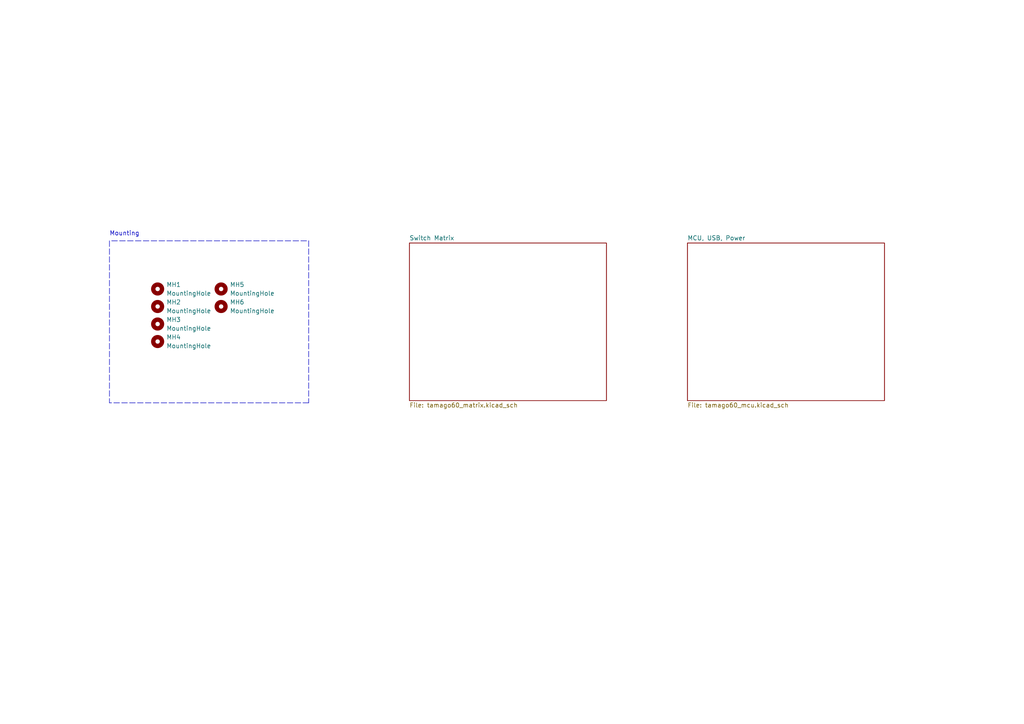
<source format=kicad_sch>
(kicad_sch (version 20211123) (generator eeschema)

  (uuid e5a0f2c6-065d-4d38-9ddc-07098c6eb873)

  (paper "A4")

  (title_block
    (title "tamago60")
    (date "2023-04-30")
    (rev "2")
    (company "EggsWorks, LLC")
  )

  (lib_symbols
    (symbol "Mechanical:MountingHole" (pin_names (offset 1.016)) (in_bom yes) (on_board yes)
      (property "Reference" "H" (id 0) (at 0 5.08 0)
        (effects (font (size 1.27 1.27)))
      )
      (property "Value" "MountingHole" (id 1) (at 0 3.175 0)
        (effects (font (size 1.27 1.27)))
      )
      (property "Footprint" "" (id 2) (at 0 0 0)
        (effects (font (size 1.27 1.27)) hide)
      )
      (property "Datasheet" "~" (id 3) (at 0 0 0)
        (effects (font (size 1.27 1.27)) hide)
      )
      (property "ki_keywords" "mounting hole" (id 4) (at 0 0 0)
        (effects (font (size 1.27 1.27)) hide)
      )
      (property "ki_description" "Mounting Hole without connection" (id 5) (at 0 0 0)
        (effects (font (size 1.27 1.27)) hide)
      )
      (property "ki_fp_filters" "MountingHole*" (id 6) (at 0 0 0)
        (effects (font (size 1.27 1.27)) hide)
      )
      (symbol "MountingHole_0_1"
        (circle (center 0 0) (radius 1.27)
          (stroke (width 1.27) (type default) (color 0 0 0 0))
          (fill (type none))
        )
      )
    )
  )


  (polyline (pts (xy 89.535 116.84) (xy 31.75 116.84))
    (stroke (width 0) (type default) (color 0 0 0 0))
    (uuid 060c52d7-5b2d-41b0-aacc-3f5ed22a1788)
  )
  (polyline (pts (xy 89.535 69.85) (xy 89.535 116.84))
    (stroke (width 0) (type default) (color 0 0 0 0))
    (uuid 66adf2bb-f558-4f1d-b968-58916c8558c1)
  )
  (polyline (pts (xy 31.75 69.85) (xy 31.75 116.84))
    (stroke (width 0) (type default) (color 0 0 0 0))
    (uuid 713485e9-be8f-47e7-9c95-48e7584c3911)
  )
  (polyline (pts (xy 32.385 69.85) (xy 89.535 69.85))
    (stroke (width 0) (type default) (color 0 0 0 0))
    (uuid e6c7e3f3-c47f-445e-b3ea-a6f1a9baf909)
  )

  (text "Mounting" (at 31.75 68.58 0)
    (effects (font (size 1.27 1.27)) (justify left bottom))
    (uuid 3b5d3230-cb8d-4d8a-b238-0d1880300a69)
  )

  (symbol (lib_id "Mechanical:MountingHole") (at 45.72 88.9 0) (unit 1)
    (in_bom yes) (on_board yes) (fields_autoplaced)
    (uuid 23252bc7-3139-4531-a002-880fdd096cce)
    (property "Reference" "MH2" (id 0) (at 48.26 87.6299 0)
      (effects (font (size 1.27 1.27)) (justify left))
    )
    (property "Value" "MountingHole" (id 1) (at 48.26 90.1699 0)
      (effects (font (size 1.27 1.27)) (justify left))
    )
    (property "Footprint" "tamago60:circle_mounting_hole" (id 2) (at 45.72 88.9 0)
      (effects (font (size 1.27 1.27)) hide)
    )
    (property "Datasheet" "~" (id 3) (at 45.72 88.9 0)
      (effects (font (size 1.27 1.27)) hide)
    )
  )

  (symbol (lib_id "Mechanical:MountingHole") (at 64.135 83.82 0) (unit 1)
    (in_bom yes) (on_board yes) (fields_autoplaced)
    (uuid 3bc3fa5e-4835-4528-a02f-63abed6f0699)
    (property "Reference" "MH5" (id 0) (at 66.675 82.5499 0)
      (effects (font (size 1.27 1.27)) (justify left))
    )
    (property "Value" "MountingHole" (id 1) (at 66.675 85.0899 0)
      (effects (font (size 1.27 1.27)) (justify left))
    )
    (property "Footprint" "tamago60:circle_mounting_hole" (id 2) (at 64.135 83.82 0)
      (effects (font (size 1.27 1.27)) hide)
    )
    (property "Datasheet" "~" (id 3) (at 64.135 83.82 0)
      (effects (font (size 1.27 1.27)) hide)
    )
  )

  (symbol (lib_id "Mechanical:MountingHole") (at 64.135 88.9 0) (unit 1)
    (in_bom yes) (on_board yes) (fields_autoplaced)
    (uuid 4431d4cb-95c9-421e-a920-96d8d28e31a3)
    (property "Reference" "MH6" (id 0) (at 66.675 87.6299 0)
      (effects (font (size 1.27 1.27)) (justify left))
    )
    (property "Value" "MountingHole" (id 1) (at 66.675 90.1699 0)
      (effects (font (size 1.27 1.27)) (justify left))
    )
    (property "Footprint" "tamago60:oval_mounting_hole" (id 2) (at 64.135 88.9 0)
      (effects (font (size 1.27 1.27)) hide)
    )
    (property "Datasheet" "~" (id 3) (at 64.135 88.9 0)
      (effects (font (size 1.27 1.27)) hide)
    )
  )

  (symbol (lib_id "Mechanical:MountingHole") (at 45.72 93.98 0) (unit 1)
    (in_bom yes) (on_board yes) (fields_autoplaced)
    (uuid 4d11e57e-7edc-478e-9bdf-b2f516a6e9f0)
    (property "Reference" "MH3" (id 0) (at 48.26 92.7099 0)
      (effects (font (size 1.27 1.27)) (justify left))
    )
    (property "Value" "MountingHole" (id 1) (at 48.26 95.2499 0)
      (effects (font (size 1.27 1.27)) (justify left))
    )
    (property "Footprint" "tamago60:circle_mounting_hole_npth" (id 2) (at 45.72 93.98 0)
      (effects (font (size 1.27 1.27)) hide)
    )
    (property "Datasheet" "~" (id 3) (at 45.72 93.98 0)
      (effects (font (size 1.27 1.27)) hide)
    )
  )

  (symbol (lib_id "Mechanical:MountingHole") (at 45.72 83.82 0) (unit 1)
    (in_bom yes) (on_board yes) (fields_autoplaced)
    (uuid 7fe3ef1e-d06f-465b-9bc5-df41758dcb77)
    (property "Reference" "MH1" (id 0) (at 48.26 82.5499 0)
      (effects (font (size 1.27 1.27)) (justify left))
    )
    (property "Value" "MountingHole" (id 1) (at 48.26 85.0899 0)
      (effects (font (size 1.27 1.27)) (justify left))
    )
    (property "Footprint" "tamago60:oval_mounting_hole" (id 2) (at 45.72 83.82 0)
      (effects (font (size 1.27 1.27)) hide)
    )
    (property "Datasheet" "~" (id 3) (at 45.72 83.82 0)
      (effects (font (size 1.27 1.27)) hide)
    )
  )

  (symbol (lib_id "Mechanical:MountingHole") (at 45.72 99.06 0) (unit 1)
    (in_bom yes) (on_board yes) (fields_autoplaced)
    (uuid abb8ff8f-e26f-457f-a719-d6f12fb9ddd6)
    (property "Reference" "MH4" (id 0) (at 48.26 97.7899 0)
      (effects (font (size 1.27 1.27)) (justify left))
    )
    (property "Value" "MountingHole" (id 1) (at 48.26 100.3299 0)
      (effects (font (size 1.27 1.27)) (justify left))
    )
    (property "Footprint" "tamago60:circle_mounting_hole" (id 2) (at 45.72 99.06 0)
      (effects (font (size 1.27 1.27)) hide)
    )
    (property "Datasheet" "~" (id 3) (at 45.72 99.06 0)
      (effects (font (size 1.27 1.27)) hide)
    )
  )

  (sheet (at 118.745 70.485) (size 57.15 45.72) (fields_autoplaced)
    (stroke (width 0.1524) (type solid) (color 0 0 0 0))
    (fill (color 0 0 0 0.0000))
    (uuid 50c4e2f2-63e0-4314-96f9-1fc784fa45ab)
    (property "Sheet name" "Switch Matrix" (id 0) (at 118.745 69.7734 0)
      (effects (font (size 1.27 1.27)) (justify left bottom))
    )
    (property "Sheet file" "tamago60_matrix.kicad_sch" (id 1) (at 118.745 116.7896 0)
      (effects (font (size 1.27 1.27)) (justify left top))
    )
  )

  (sheet (at 199.39 70.485) (size 57.15 45.72) (fields_autoplaced)
    (stroke (width 0.1524) (type solid) (color 0 0 0 0))
    (fill (color 0 0 0 0.0000))
    (uuid 6ac67d0d-1135-4a39-aff8-83b6231a827e)
    (property "Sheet name" "MCU, USB, Power" (id 0) (at 199.39 69.7734 0)
      (effects (font (size 1.27 1.27)) (justify left bottom))
    )
    (property "Sheet file" "tamago60_mcu.kicad_sch" (id 1) (at 199.39 116.7896 0)
      (effects (font (size 1.27 1.27)) (justify left top))
    )
  )

  (sheet_instances
    (path "/" (page "1"))
    (path "/50c4e2f2-63e0-4314-96f9-1fc784fa45ab" (page "2"))
    (path "/6ac67d0d-1135-4a39-aff8-83b6231a827e" (page "3"))
  )

  (symbol_instances
    (path "/6ac67d0d-1135-4a39-aff8-83b6231a827e/7c1d303c-b522-4984-a7c0-fd85e120db0c"
      (reference "#PWR0101") (unit 1) (value "VBUS") (footprint "")
    )
    (path "/6ac67d0d-1135-4a39-aff8-83b6231a827e/5ba58e6d-14ab-4bd6-97c6-f0a7410475fc"
      (reference "#PWR0102") (unit 1) (value "GND") (footprint "")
    )
    (path "/6ac67d0d-1135-4a39-aff8-83b6231a827e/7c7079ba-e5ae-43f9-abad-a1d1b1d838d1"
      (reference "#PWR0103") (unit 1) (value "GND") (footprint "")
    )
    (path "/6ac67d0d-1135-4a39-aff8-83b6231a827e/8857dfe5-b1a4-4db1-95e5-3a75d65527f4"
      (reference "#PWR0104") (unit 1) (value "GND") (footprint "")
    )
    (path "/6ac67d0d-1135-4a39-aff8-83b6231a827e/8536aff3-8bd5-4595-b2ea-eae13ca7200f"
      (reference "#PWR0105") (unit 1) (value "GND") (footprint "")
    )
    (path "/6ac67d0d-1135-4a39-aff8-83b6231a827e/16e89cba-bf64-439e-b949-2814c50e5d34"
      (reference "#PWR0106") (unit 1) (value "VBUS") (footprint "")
    )
    (path "/6ac67d0d-1135-4a39-aff8-83b6231a827e/e725eab2-61d4-4ecd-8b8f-035429b24eb5"
      (reference "#PWR0107") (unit 1) (value "VBUS") (footprint "")
    )
    (path "/6ac67d0d-1135-4a39-aff8-83b6231a827e/f0ec5eb5-bd46-4700-9124-6d3814d8477f"
      (reference "#PWR0108") (unit 1) (value "GND") (footprint "")
    )
    (path "/6ac67d0d-1135-4a39-aff8-83b6231a827e/27362f76-1407-43e9-afc8-9cf751258779"
      (reference "#PWR0109") (unit 1) (value "VBUS") (footprint "")
    )
    (path "/6ac67d0d-1135-4a39-aff8-83b6231a827e/64ce15a7-d027-4dd6-85d9-3f0b74be3158"
      (reference "#PWR0110") (unit 1) (value "VBUS") (footprint "")
    )
    (path "/6ac67d0d-1135-4a39-aff8-83b6231a827e/d3700213-9cdd-4411-a07c-659ed95e1156"
      (reference "#PWR0111") (unit 1) (value "GND") (footprint "")
    )
    (path "/6ac67d0d-1135-4a39-aff8-83b6231a827e/4a1c72b4-09d1-4420-b03e-8d4465ce9502"
      (reference "#PWR0112") (unit 1) (value "GND") (footprint "")
    )
    (path "/6ac67d0d-1135-4a39-aff8-83b6231a827e/59381348-06ee-4fd8-9a4e-4cdc364c702d"
      (reference "#PWR0113") (unit 1) (value "GND") (footprint "")
    )
    (path "/6ac67d0d-1135-4a39-aff8-83b6231a827e/1aa3c3ae-7f34-488e-b02e-97a8c1367cf1"
      (reference "#PWR0114") (unit 1) (value "VBUS") (footprint "")
    )
    (path "/6ac67d0d-1135-4a39-aff8-83b6231a827e/e5cd20e3-dd21-49de-90a7-bf93383fcb96"
      (reference "#PWR0115") (unit 1) (value "GND") (footprint "")
    )
    (path "/6ac67d0d-1135-4a39-aff8-83b6231a827e/a156258f-a814-4726-8947-d61d0b3d7bfa"
      (reference "#PWR0116") (unit 1) (value "+3V3") (footprint "")
    )
    (path "/6ac67d0d-1135-4a39-aff8-83b6231a827e/ab8db29c-5cc1-4f87-8dbf-7eee6658f71c"
      (reference "#PWR0117") (unit 1) (value "+3V3") (footprint "")
    )
    (path "/6ac67d0d-1135-4a39-aff8-83b6231a827e/4c22660e-9e72-43fd-9600-bd0dc10e8dab"
      (reference "#PWR0118") (unit 1) (value "GND") (footprint "")
    )
    (path "/6ac67d0d-1135-4a39-aff8-83b6231a827e/3aa9841d-5738-4896-b95d-240529baa388"
      (reference "#PWR0119") (unit 1) (value "+3V3") (footprint "")
    )
    (path "/6ac67d0d-1135-4a39-aff8-83b6231a827e/a9192246-f76b-4ff9-a505-38a06e8317d4"
      (reference "C1") (unit 1) (value "22p") (footprint "Capacitor_SMD:C_1206_3216Metric")
    )
    (path "/6ac67d0d-1135-4a39-aff8-83b6231a827e/e64a3d30-11b5-4008-a82f-4bb50c9d51f9"
      (reference "C2") (unit 1) (value "22p") (footprint "Capacitor_SMD:C_1206_3216Metric")
    )
    (path "/6ac67d0d-1135-4a39-aff8-83b6231a827e/b6d2beb0-b398-44c6-a2d2-9c82170a0a6c"
      (reference "C3") (unit 1) (value "1u") (footprint "Capacitor_SMD:C_1206_3216Metric")
    )
    (path "/6ac67d0d-1135-4a39-aff8-83b6231a827e/63ce7bb9-2bc4-479f-b930-943877ebb806"
      (reference "C4") (unit 1) (value "1u") (footprint "Capacitor_SMD:C_1206_3216Metric")
    )
    (path "/6ac67d0d-1135-4a39-aff8-83b6231a827e/4fcd7085-52f8-4f26-b9c1-6e876ccb2857"
      (reference "C5") (unit 1) (value "10u") (footprint "Capacitor_SMD:C_1206_3216Metric")
    )
    (path "/6ac67d0d-1135-4a39-aff8-83b6231a827e/3329cca0-c2c2-493e-9dc7-784fff4d2a8c"
      (reference "C6") (unit 1) (value "10u") (footprint "Capacitor_SMD:C_1206_3216Metric")
    )
    (path "/50c4e2f2-63e0-4314-96f9-1fc784fa45ab/edf268a6-9a90-428d-9891-4cd8500b7728"
      (reference "D101") (unit 1) (value "1N1418") (footprint "Diode_SMD:D_SOD-123")
    )
    (path "/50c4e2f2-63e0-4314-96f9-1fc784fa45ab/003d455f-c69d-4a49-b3be-1821fda0105a"
      (reference "D102") (unit 1) (value "1N1418") (footprint "Diode_SMD:D_SOD-123")
    )
    (path "/50c4e2f2-63e0-4314-96f9-1fc784fa45ab/ee4e11ce-d243-44f2-a6d2-a903539409b0"
      (reference "D103") (unit 1) (value "1N1418") (footprint "Diode_SMD:D_SOD-123")
    )
    (path "/50c4e2f2-63e0-4314-96f9-1fc784fa45ab/5f5d5405-7401-4b4c-a292-4682be53c373"
      (reference "D104") (unit 1) (value "1N1418") (footprint "Diode_SMD:D_SOD-123")
    )
    (path "/50c4e2f2-63e0-4314-96f9-1fc784fa45ab/852d0fc0-86f8-40fe-a665-c99bbcfe8b53"
      (reference "D105") (unit 1) (value "1N1418") (footprint "Diode_SMD:D_SOD-123")
    )
    (path "/50c4e2f2-63e0-4314-96f9-1fc784fa45ab/7682a2ac-b92b-4070-ade5-7bf649821d8e"
      (reference "D106") (unit 1) (value "1N1418") (footprint "Diode_SMD:D_SOD-123")
    )
    (path "/50c4e2f2-63e0-4314-96f9-1fc784fa45ab/5245cc59-04aa-4ae0-b848-e889f523bb91"
      (reference "D107") (unit 1) (value "1N1418") (footprint "Diode_SMD:D_SOD-123")
    )
    (path "/50c4e2f2-63e0-4314-96f9-1fc784fa45ab/e30496c8-b8e5-456b-a43b-dbaf46d8aad5"
      (reference "D108") (unit 1) (value "1N1418") (footprint "Diode_SMD:D_SOD-123")
    )
    (path "/50c4e2f2-63e0-4314-96f9-1fc784fa45ab/a4d4cb02-bb12-470c-b4ac-b21b4d7b7bd0"
      (reference "D109") (unit 1) (value "1N1418") (footprint "Diode_SMD:D_SOD-123")
    )
    (path "/50c4e2f2-63e0-4314-96f9-1fc784fa45ab/c25b132d-14f2-4964-a0b9-08d0ec44c8cb"
      (reference "D110") (unit 1) (value "1N1418") (footprint "Diode_SMD:D_SOD-123")
    )
    (path "/50c4e2f2-63e0-4314-96f9-1fc784fa45ab/c0a5c347-5dab-4236-9c5f-800ca1be231f"
      (reference "D111") (unit 1) (value "1N1418") (footprint "Diode_SMD:D_SOD-123")
    )
    (path "/50c4e2f2-63e0-4314-96f9-1fc784fa45ab/a83a1901-07e1-49d7-926d-c14f1b70cb57"
      (reference "D112") (unit 1) (value "1N1418") (footprint "Diode_SMD:D_SOD-123")
    )
    (path "/50c4e2f2-63e0-4314-96f9-1fc784fa45ab/3b23c4b5-ad66-4905-a6d0-95b06d019787"
      (reference "D201") (unit 1) (value "1N1418") (footprint "Diode_SMD:D_SOD-123")
    )
    (path "/50c4e2f2-63e0-4314-96f9-1fc784fa45ab/774e546d-863a-40d0-9909-a12eca811d6f"
      (reference "D202") (unit 1) (value "1N1418") (footprint "Diode_SMD:D_SOD-123")
    )
    (path "/50c4e2f2-63e0-4314-96f9-1fc784fa45ab/10091402-3b2c-4072-abfa-8d7e95508be9"
      (reference "D203") (unit 1) (value "1N1418") (footprint "Diode_SMD:D_SOD-123")
    )
    (path "/50c4e2f2-63e0-4314-96f9-1fc784fa45ab/0d7308d9-6f68-47e8-b593-11c11d64fd09"
      (reference "D204") (unit 1) (value "1N1418") (footprint "Diode_SMD:D_SOD-123")
    )
    (path "/50c4e2f2-63e0-4314-96f9-1fc784fa45ab/bbaef69c-b1fd-42af-aad9-01c42a7f91d1"
      (reference "D205") (unit 1) (value "1N1418") (footprint "Diode_SMD:D_SOD-123")
    )
    (path "/50c4e2f2-63e0-4314-96f9-1fc784fa45ab/0e04a8a1-79e6-443f-b952-ee527287b7c6"
      (reference "D206") (unit 1) (value "1N1418") (footprint "Diode_SMD:D_SOD-123")
    )
    (path "/50c4e2f2-63e0-4314-96f9-1fc784fa45ab/59f9cd3a-a450-44f9-9b4d-0d91aa213fb0"
      (reference "D207") (unit 1) (value "1N1418") (footprint "Diode_SMD:D_SOD-123")
    )
    (path "/50c4e2f2-63e0-4314-96f9-1fc784fa45ab/54bb2088-abed-4481-b49d-124683346b7e"
      (reference "D208") (unit 1) (value "1N1418") (footprint "Diode_SMD:D_SOD-123")
    )
    (path "/50c4e2f2-63e0-4314-96f9-1fc784fa45ab/f658dfbf-630f-403a-9530-22330593c092"
      (reference "D209") (unit 1) (value "1N1418") (footprint "Diode_SMD:D_SOD-123")
    )
    (path "/50c4e2f2-63e0-4314-96f9-1fc784fa45ab/bb1dea81-9fb2-40e4-a5e8-2610c22adacc"
      (reference "D210") (unit 1) (value "1N1418") (footprint "Diode_SMD:D_SOD-123")
    )
    (path "/50c4e2f2-63e0-4314-96f9-1fc784fa45ab/80e67848-75a1-4246-a25a-c558cdc2fcd0"
      (reference "D211") (unit 1) (value "1N1418") (footprint "Diode_SMD:D_SOD-123")
    )
    (path "/50c4e2f2-63e0-4314-96f9-1fc784fa45ab/5509802d-40a5-482f-8fd0-47dc8a793fd3"
      (reference "D212") (unit 1) (value "1N1418") (footprint "Diode_SMD:D_SOD-123")
    )
    (path "/50c4e2f2-63e0-4314-96f9-1fc784fa45ab/541ae351-ad64-46dd-a235-b1432a912f31"
      (reference "D301") (unit 1) (value "1N1418") (footprint "Diode_SMD:D_SOD-123")
    )
    (path "/50c4e2f2-63e0-4314-96f9-1fc784fa45ab/a4a2b0ec-8cba-41e8-907c-0dbb3f8c762d"
      (reference "D302") (unit 1) (value "1N1418") (footprint "Diode_SMD:D_SOD-123")
    )
    (path "/50c4e2f2-63e0-4314-96f9-1fc784fa45ab/d2ac1317-0a49-47ba-8552-2729ddc27c97"
      (reference "D303") (unit 1) (value "1N1418") (footprint "Diode_SMD:D_SOD-123")
    )
    (path "/50c4e2f2-63e0-4314-96f9-1fc784fa45ab/edd381d4-33db-4829-bea5-38c4c082e870"
      (reference "D304") (unit 1) (value "1N1418") (footprint "Diode_SMD:D_SOD-123")
    )
    (path "/50c4e2f2-63e0-4314-96f9-1fc784fa45ab/8dab3be7-bc48-4249-8df2-0809ff2af98c"
      (reference "D305") (unit 1) (value "1N1418") (footprint "Diode_SMD:D_SOD-123")
    )
    (path "/50c4e2f2-63e0-4314-96f9-1fc784fa45ab/9ebaecb6-fd53-4bc2-8c9e-c071acfbfb40"
      (reference "D306") (unit 1) (value "1N1418") (footprint "Diode_SMD:D_SOD-123")
    )
    (path "/50c4e2f2-63e0-4314-96f9-1fc784fa45ab/2f194651-680e-4e35-8a55-d24769b93a31"
      (reference "D307") (unit 1) (value "1N1418") (footprint "Diode_SMD:D_SOD-123")
    )
    (path "/50c4e2f2-63e0-4314-96f9-1fc784fa45ab/6eaf06b4-bd0b-4e71-bd0e-3e50fc7cb942"
      (reference "D308") (unit 1) (value "1N1418") (footprint "Diode_SMD:D_SOD-123")
    )
    (path "/50c4e2f2-63e0-4314-96f9-1fc784fa45ab/bf751d0a-6cee-415d-b0b8-61ef72e3a911"
      (reference "D309") (unit 1) (value "1N1418") (footprint "Diode_SMD:D_SOD-123")
    )
    (path "/50c4e2f2-63e0-4314-96f9-1fc784fa45ab/19b292af-44bd-46e9-b368-c0ecc7fb380e"
      (reference "D310") (unit 1) (value "1N1418") (footprint "Diode_SMD:D_SOD-123")
    )
    (path "/50c4e2f2-63e0-4314-96f9-1fc784fa45ab/ae88552a-fdb7-471b-b6da-ac1514542150"
      (reference "D311") (unit 1) (value "1N1418") (footprint "Diode_SMD:D_SOD-123")
    )
    (path "/50c4e2f2-63e0-4314-96f9-1fc784fa45ab/59ca1f24-239d-4760-b942-4b14a6d07a34"
      (reference "D312") (unit 1) (value "1N1418") (footprint "Diode_SMD:D_SOD-123")
    )
    (path "/50c4e2f2-63e0-4314-96f9-1fc784fa45ab/11cd2073-8c13-4250-aa0e-37940587b103"
      (reference "D401") (unit 1) (value "1N1418") (footprint "Diode_SMD:D_SOD-123")
    )
    (path "/50c4e2f2-63e0-4314-96f9-1fc784fa45ab/648195cf-bf37-4af9-9cb6-2a870e86f9bb"
      (reference "D402") (unit 1) (value "1N1418") (footprint "Diode_SMD:D_SOD-123")
    )
    (path "/50c4e2f2-63e0-4314-96f9-1fc784fa45ab/e5235240-cc7c-47ae-9603-ed3140efad44"
      (reference "D403") (unit 1) (value "1N1418") (footprint "Diode_SMD:D_SOD-123")
    )
    (path "/50c4e2f2-63e0-4314-96f9-1fc784fa45ab/4e4690ed-2f35-402b-9b09-49e76a232078"
      (reference "D404") (unit 1) (value "1N1418") (footprint "Diode_SMD:D_SOD-123")
    )
    (path "/50c4e2f2-63e0-4314-96f9-1fc784fa45ab/535cd933-021f-418f-bd18-ed9e97170798"
      (reference "D405") (unit 1) (value "1N1418") (footprint "Diode_SMD:D_SOD-123")
    )
    (path "/50c4e2f2-63e0-4314-96f9-1fc784fa45ab/d978d1ac-ce38-4b7f-919b-55706d88e92c"
      (reference "D406") (unit 1) (value "1N1418") (footprint "Diode_SMD:D_SOD-123")
    )
    (path "/50c4e2f2-63e0-4314-96f9-1fc784fa45ab/a6303007-430a-4bc2-bbda-f98ba1709292"
      (reference "D407") (unit 1) (value "1N1418") (footprint "Diode_SMD:D_SOD-123")
    )
    (path "/50c4e2f2-63e0-4314-96f9-1fc784fa45ab/24026a89-c24c-4fcb-9705-906b12cedcb7"
      (reference "D408") (unit 1) (value "1N1418") (footprint "Diode_SMD:D_SOD-123")
    )
    (path "/50c4e2f2-63e0-4314-96f9-1fc784fa45ab/ff5e652b-2e1e-4f2d-856b-eb1bfa0315a0"
      (reference "D409") (unit 1) (value "1N1418") (footprint "Diode_SMD:D_SOD-123")
    )
    (path "/50c4e2f2-63e0-4314-96f9-1fc784fa45ab/f3d35245-85da-4f77-a482-b74aeb2b8efb"
      (reference "D410") (unit 1) (value "1N1418") (footprint "Diode_SMD:D_SOD-123")
    )
    (path "/50c4e2f2-63e0-4314-96f9-1fc784fa45ab/c83f173a-17d5-40f2-81b0-0074c302a1cb"
      (reference "D411") (unit 1) (value "1N1418") (footprint "Diode_SMD:D_SOD-123")
    )
    (path "/50c4e2f2-63e0-4314-96f9-1fc784fa45ab/750df456-8d23-4703-8c78-32e505a2df57"
      (reference "D412") (unit 1) (value "1N1418") (footprint "Diode_SMD:D_SOD-123")
    )
    (path "/50c4e2f2-63e0-4314-96f9-1fc784fa45ab/30fc140b-19ad-46d1-b099-429f837082ca"
      (reference "D501") (unit 1) (value "1N1418") (footprint "Diode_SMD:D_SOD-123")
    )
    (path "/50c4e2f2-63e0-4314-96f9-1fc784fa45ab/605f0a72-99d9-48d2-98fe-cb00a47b7a5f"
      (reference "D502") (unit 1) (value "1N1418") (footprint "Diode_SMD:D_SOD-123")
    )
    (path "/50c4e2f2-63e0-4314-96f9-1fc784fa45ab/c5527bf2-4950-4e01-8c61-3daabcff3324"
      (reference "D503") (unit 1) (value "1N1418") (footprint "Diode_SMD:D_SOD-123")
    )
    (path "/50c4e2f2-63e0-4314-96f9-1fc784fa45ab/fe3b46c5-913f-459f-9406-21a8823b7862"
      (reference "D504") (unit 1) (value "1N1418") (footprint "Diode_SMD:D_SOD-123")
    )
    (path "/50c4e2f2-63e0-4314-96f9-1fc784fa45ab/b7a1c289-6458-4640-819e-c407701c0968"
      (reference "D505") (unit 1) (value "1N1418") (footprint "Diode_SMD:D_SOD-123")
    )
    (path "/50c4e2f2-63e0-4314-96f9-1fc784fa45ab/49d3cbc8-91e9-4768-a4d1-86824476f090"
      (reference "D508") (unit 1) (value "1N1418") (footprint "Diode_SMD:D_SOD-123")
    )
    (path "/50c4e2f2-63e0-4314-96f9-1fc784fa45ab/d6a89fdd-ebbd-45ed-b21b-4daab832af40"
      (reference "D509") (unit 1) (value "1N1418") (footprint "Diode_SMD:D_SOD-123")
    )
    (path "/50c4e2f2-63e0-4314-96f9-1fc784fa45ab/7db4da0a-9a30-41ff-944f-3c2b042e8120"
      (reference "D510") (unit 1) (value "1N1418") (footprint "Diode_SMD:D_SOD-123")
    )
    (path "/50c4e2f2-63e0-4314-96f9-1fc784fa45ab/90376623-0119-4ee1-9c89-289d09663a1d"
      (reference "D511") (unit 1) (value "1N1418") (footprint "Diode_SMD:D_SOD-123")
    )
    (path "/50c4e2f2-63e0-4314-96f9-1fc784fa45ab/396d7dd7-2ba0-4f01-823e-305b0f5ece30"
      (reference "D512") (unit 1) (value "1N1418") (footprint "Diode_SMD:D_SOD-123")
    )
    (path "/6ac67d0d-1135-4a39-aff8-83b6231a827e/44605b8b-105d-4a36-83bc-231ccb4187e5"
      (reference "J1") (unit 1) (value "4105") (footprint "Connector_USB:USB_C_Receptacle_GCT_USB4105-xx-A_16P_TopMnt_Horizontal")
    )
    (path "/6ac67d0d-1135-4a39-aff8-83b6231a827e/86e5e88e-c7a9-4c88-9b05-e62ad631f9a3"
      (reference "J2") (unit 1) (value "Cirque FFC") (footprint "Connector_FFC-FPC:Hirose_FH12-12S-0.5SH_1x12-1MP_P0.50mm_Horizontal")
    )
    (path "/7fe3ef1e-d06f-465b-9bc5-df41758dcb77"
      (reference "MH1") (unit 1) (value "MountingHole") (footprint "tamago60:oval_mounting_hole")
    )
    (path "/23252bc7-3139-4531-a002-880fdd096cce"
      (reference "MH2") (unit 1) (value "MountingHole") (footprint "tamago60:circle_mounting_hole")
    )
    (path "/4d11e57e-7edc-478e-9bdf-b2f516a6e9f0"
      (reference "MH3") (unit 1) (value "MountingHole") (footprint "tamago60:circle_mounting_hole_npth")
    )
    (path "/abb8ff8f-e26f-457f-a719-d6f12fb9ddd6"
      (reference "MH4") (unit 1) (value "MountingHole") (footprint "tamago60:circle_mounting_hole")
    )
    (path "/3bc3fa5e-4835-4528-a02f-63abed6f0699"
      (reference "MH5") (unit 1) (value "MountingHole") (footprint "tamago60:circle_mounting_hole")
    )
    (path "/4431d4cb-95c9-421e-a920-96d8d28e31a3"
      (reference "MH6") (unit 1) (value "MountingHole") (footprint "tamago60:oval_mounting_hole")
    )
    (path "/6ac67d0d-1135-4a39-aff8-83b6231a827e/17a3f3b4-f236-4348-8989-15385f5f66a1"
      (reference "R1") (unit 1) (value "22R") (footprint "Resistor_SMD:R_1206_3216Metric")
    )
    (path "/6ac67d0d-1135-4a39-aff8-83b6231a827e/f24fb2fb-6a10-42df-843d-012e0da0b6ca"
      (reference "R2") (unit 1) (value "22R") (footprint "Resistor_SMD:R_1206_3216Metric")
    )
    (path "/6ac67d0d-1135-4a39-aff8-83b6231a827e/f83f22f4-173f-4d0f-a130-e7dab3ea22aa"
      (reference "R3") (unit 1) (value "5.1k") (footprint "Resistor_SMD:R_1206_3216Metric")
    )
    (path "/6ac67d0d-1135-4a39-aff8-83b6231a827e/9b32a0f2-3bf2-4c69-9e92-cb7e8e549656"
      (reference "R4") (unit 1) (value "5.1k") (footprint "Resistor_SMD:R_1206_3216Metric")
    )
    (path "/6ac67d0d-1135-4a39-aff8-83b6231a827e/9b51512e-da99-4662-b1de-33cd902a8882"
      (reference "R5") (unit 1) (value "5.1k") (footprint "Resistor_SMD:R_1206_3216Metric")
    )
    (path "/6ac67d0d-1135-4a39-aff8-83b6231a827e/e1e699b8-78e1-477e-8765-f2115d0f7b83"
      (reference "R6") (unit 1) (value "5.1k") (footprint "Resistor_SMD:R_1206_3216Metric")
    )
    (path "/6ac67d0d-1135-4a39-aff8-83b6231a827e/479c78ad-f594-447c-b964-745d4711772e"
      (reference "SW1") (unit 1) (value "SW_Push") (footprint "Jumper:SolderJumper-2_P1.3mm_Open_Pad1.0x1.5mm")
    )
    (path "/50c4e2f2-63e0-4314-96f9-1fc784fa45ab/55ad0278-9a54-4ff2-b0d2-0ef37d22dd47"
      (reference "SW101") (unit 1) (value "Kailh MX socket") (footprint "tamago60:Kailh_socket_MX_platemount")
    )
    (path "/50c4e2f2-63e0-4314-96f9-1fc784fa45ab/b1b564de-9a84-48aa-8e12-dd15d147a452"
      (reference "SW102") (unit 1) (value "Kailh MX socket") (footprint "tamago60:Kailh_socket_MX_platemount")
    )
    (path "/50c4e2f2-63e0-4314-96f9-1fc784fa45ab/2b1adb05-8267-47b8-b2dd-5d4063506022"
      (reference "SW103") (unit 1) (value "Kailh MX socket") (footprint "tamago60:Kailh_socket_MX_platemount")
    )
    (path "/50c4e2f2-63e0-4314-96f9-1fc784fa45ab/58a9787c-e2c1-47ad-8759-7e5136e14d30"
      (reference "SW104") (unit 1) (value "Kailh MX socket") (footprint "tamago60:Kailh_socket_MX_platemount")
    )
    (path "/50c4e2f2-63e0-4314-96f9-1fc784fa45ab/6e87ae15-6a62-446e-b016-323f20594190"
      (reference "SW105") (unit 1) (value "Kailh MX socket") (footprint "tamago60:Kailh_socket_MX_platemount")
    )
    (path "/50c4e2f2-63e0-4314-96f9-1fc784fa45ab/2503cff0-d28a-44b0-bde7-3a5aadf7bf7e"
      (reference "SW106") (unit 1) (value "Kailh MX socket") (footprint "tamago60:Kailh_socket_MX_platemount")
    )
    (path "/50c4e2f2-63e0-4314-96f9-1fc784fa45ab/269aa2a1-c647-433e-87b2-9cfbad6e51a4"
      (reference "SW107") (unit 1) (value "Kailh MX socket") (footprint "tamago60:Kailh_socket_MX_platemount")
    )
    (path "/50c4e2f2-63e0-4314-96f9-1fc784fa45ab/d2216ae7-6acd-4cfc-a7cd-0b1e93f4209f"
      (reference "SW108") (unit 1) (value "Kailh MX socket") (footprint "tamago60:Kailh_socket_MX_platemount")
    )
    (path "/50c4e2f2-63e0-4314-96f9-1fc784fa45ab/a84a7045-8121-4e14-8aff-caeb92e67dc3"
      (reference "SW109") (unit 1) (value "Kailh MX socket") (footprint "tamago60:Kailh_socket_MX_platemount")
    )
    (path "/50c4e2f2-63e0-4314-96f9-1fc784fa45ab/e43ed8bc-64a8-4a84-a3f7-8fd16e8b5268"
      (reference "SW110") (unit 1) (value "Kailh MX socket") (footprint "tamago60:Kailh_socket_MX_platemount")
    )
    (path "/50c4e2f2-63e0-4314-96f9-1fc784fa45ab/2c9f0244-0cca-4374-b239-6c792d45d0cd"
      (reference "SW111") (unit 1) (value "Kailh MX socket") (footprint "tamago60:Kailh_socket_MX_platemount")
    )
    (path "/50c4e2f2-63e0-4314-96f9-1fc784fa45ab/f8caa280-d279-42f5-946c-d75d32211f4f"
      (reference "SW112") (unit 1) (value "Kailh MX socket") (footprint "tamago60:Kailh_socket_MX_platemount")
    )
    (path "/50c4e2f2-63e0-4314-96f9-1fc784fa45ab/c33a0ba0-38e9-4547-a799-a4a3b36fbda6"
      (reference "SW201") (unit 1) (value "Kailh MX socket") (footprint "tamago60:Kailh_socket_MX_platemount")
    )
    (path "/50c4e2f2-63e0-4314-96f9-1fc784fa45ab/df700100-475d-4454-8828-ae73720b8dd6"
      (reference "SW202") (unit 1) (value "Kailh MX socket") (footprint "tamago60:Kailh_socket_MX_platemount")
    )
    (path "/50c4e2f2-63e0-4314-96f9-1fc784fa45ab/7b9cdd74-d475-4566-be25-ae90323b9ab3"
      (reference "SW203") (unit 1) (value "Kailh MX socket") (footprint "tamago60:Kailh_socket_MX_platemount")
    )
    (path "/50c4e2f2-63e0-4314-96f9-1fc784fa45ab/f7c4e165-212d-4a36-a5bd-4f5829347d68"
      (reference "SW204") (unit 1) (value "Kailh MX socket") (footprint "tamago60:Kailh_socket_MX_platemount")
    )
    (path "/50c4e2f2-63e0-4314-96f9-1fc784fa45ab/fb50e7e8-93df-4a3c-a376-386693de89d8"
      (reference "SW205") (unit 1) (value "Kailh MX socket") (footprint "tamago60:Kailh_socket_MX_platemount")
    )
    (path "/50c4e2f2-63e0-4314-96f9-1fc784fa45ab/14a738e7-a052-4148-933d-20d127350562"
      (reference "SW206") (unit 1) (value "Kailh MX socket") (footprint "tamago60:Kailh_socket_MX_platemount")
    )
    (path "/50c4e2f2-63e0-4314-96f9-1fc784fa45ab/ea5c4949-9186-43ce-b550-8ef2cc0ad9c6"
      (reference "SW207") (unit 1) (value "Kailh MX socket") (footprint "tamago60:Kailh_socket_MX_platemount")
    )
    (path "/50c4e2f2-63e0-4314-96f9-1fc784fa45ab/6c52d3f6-c3f9-41b8-a379-78ce3dc61e03"
      (reference "SW208") (unit 1) (value "Kailh MX socket") (footprint "tamago60:Kailh_socket_MX_platemount")
    )
    (path "/50c4e2f2-63e0-4314-96f9-1fc784fa45ab/9197fc22-4415-4df9-9ace-82eb4d963b35"
      (reference "SW209") (unit 1) (value "Kailh MX socket") (footprint "tamago60:Kailh_socket_MX_platemount")
    )
    (path "/50c4e2f2-63e0-4314-96f9-1fc784fa45ab/3d52657d-0905-4e25-be19-a19eee15e44b"
      (reference "SW210") (unit 1) (value "Kailh MX socket") (footprint "tamago60:Kailh_socket_MX_platemount")
    )
    (path "/50c4e2f2-63e0-4314-96f9-1fc784fa45ab/f50d8add-2cff-43c3-bf5d-9f7f657fe101"
      (reference "SW211") (unit 1) (value "Kailh MX socket") (footprint "tamago60:Kailh_socket_MX_platemount")
    )
    (path "/50c4e2f2-63e0-4314-96f9-1fc784fa45ab/d7053da7-e4d6-4fe8-bc7f-414eded258ec"
      (reference "SW212") (unit 1) (value "Kailh MX socket") (footprint "tamago60:Kailh_socket_MX_platemount")
    )
    (path "/50c4e2f2-63e0-4314-96f9-1fc784fa45ab/9ee6a795-1b36-41aa-8881-37ea19d73c28"
      (reference "SW301") (unit 1) (value "Kailh MX socket") (footprint "tamago60:Kailh_socket_MX_platemount")
    )
    (path "/50c4e2f2-63e0-4314-96f9-1fc784fa45ab/a495a822-be1b-4365-9317-c89c8eb7da28"
      (reference "SW302") (unit 1) (value "Kailh MX socket") (footprint "tamago60:Kailh_socket_MX_platemount")
    )
    (path "/50c4e2f2-63e0-4314-96f9-1fc784fa45ab/64763560-a742-4eef-8654-738eefb7d740"
      (reference "SW303") (unit 1) (value "Kailh MX socket") (footprint "tamago60:Kailh_socket_MX_platemount")
    )
    (path "/50c4e2f2-63e0-4314-96f9-1fc784fa45ab/dca0186e-f935-496a-b6e5-a30d2a88fb32"
      (reference "SW304") (unit 1) (value "Kailh MX socket") (footprint "tamago60:Kailh_socket_MX_platemount")
    )
    (path "/50c4e2f2-63e0-4314-96f9-1fc784fa45ab/084420d1-30bc-45eb-846d-4f1cf178b5d8"
      (reference "SW305") (unit 1) (value "Kailh MX socket") (footprint "tamago60:Kailh_socket_MX_platemount")
    )
    (path "/50c4e2f2-63e0-4314-96f9-1fc784fa45ab/dcad4ade-b4a6-42f2-8cc6-0fed8a9535e7"
      (reference "SW306") (unit 1) (value "Kailh MX socket") (footprint "tamago60:Kailh_socket_MX_platemount")
    )
    (path "/50c4e2f2-63e0-4314-96f9-1fc784fa45ab/fe002e22-26e3-45d2-bfa4-8cda68821b80"
      (reference "SW307") (unit 1) (value "Kailh MX socket") (footprint "tamago60:Kailh_socket_MX_platemount")
    )
    (path "/50c4e2f2-63e0-4314-96f9-1fc784fa45ab/5a3440b6-3d56-43c8-a5fa-d422aac1068a"
      (reference "SW308") (unit 1) (value "Kailh MX socket") (footprint "tamago60:Kailh_socket_MX_platemount")
    )
    (path "/50c4e2f2-63e0-4314-96f9-1fc784fa45ab/110f97d1-964f-4125-9f50-8be2ce54351b"
      (reference "SW309") (unit 1) (value "Kailh MX socket") (footprint "tamago60:Kailh_socket_MX_platemount")
    )
    (path "/50c4e2f2-63e0-4314-96f9-1fc784fa45ab/7b4eb450-3ca9-445d-9502-f42439cc480a"
      (reference "SW310") (unit 1) (value "Kailh MX socket") (footprint "tamago60:Kailh_socket_MX_platemount")
    )
    (path "/50c4e2f2-63e0-4314-96f9-1fc784fa45ab/a3a6a169-35d1-4411-b378-43480bd0faae"
      (reference "SW311") (unit 1) (value "Kailh MX socket") (footprint "tamago60:Kailh_socket_MX_platemount")
    )
    (path "/50c4e2f2-63e0-4314-96f9-1fc784fa45ab/4e27ebef-af8b-4fa0-98d7-dd57bbb2b72a"
      (reference "SW312") (unit 1) (value "Kailh MX socket") (footprint "tamago60:Kailh_socket_MX_platemount")
    )
    (path "/50c4e2f2-63e0-4314-96f9-1fc784fa45ab/bc4f019f-9540-4158-9fda-12a89643b400"
      (reference "SW401") (unit 1) (value "Kailh MX socket") (footprint "tamago60:Kailh_socket_MX_platemount")
    )
    (path "/50c4e2f2-63e0-4314-96f9-1fc784fa45ab/3ccbe198-3202-4418-a13a-f8bcdae854bf"
      (reference "SW402") (unit 1) (value "Kailh MX socket") (footprint "tamago60:Kailh_socket_MX_platemount")
    )
    (path "/50c4e2f2-63e0-4314-96f9-1fc784fa45ab/c4075483-2c9c-4225-b1dc-31ee1821ae70"
      (reference "SW403") (unit 1) (value "Kailh MX socket") (footprint "tamago60:Kailh_socket_MX_platemount")
    )
    (path "/50c4e2f2-63e0-4314-96f9-1fc784fa45ab/4926f67f-d046-47fd-945a-d24899154a1d"
      (reference "SW404") (unit 1) (value "Kailh MX socket") (footprint "tamago60:Kailh_socket_MX_platemount")
    )
    (path "/50c4e2f2-63e0-4314-96f9-1fc784fa45ab/6d1b93e5-e7f8-4e50-9232-72df43332030"
      (reference "SW405") (unit 1) (value "Kailh MX socket") (footprint "tamago60:Kailh_socket_MX_platemount")
    )
    (path "/50c4e2f2-63e0-4314-96f9-1fc784fa45ab/3d027fe6-cba5-43e8-b41e-cd26d3d24992"
      (reference "SW406") (unit 1) (value "Kailh MX socket") (footprint "tamago60:Kailh_socket_MX_platemount")
    )
    (path "/50c4e2f2-63e0-4314-96f9-1fc784fa45ab/30ba7303-16e2-40d5-9266-659ab4bde3fe"
      (reference "SW407") (unit 1) (value "Kailh MX socket") (footprint "tamago60:Kailh_socket_MX_platemount")
    )
    (path "/50c4e2f2-63e0-4314-96f9-1fc784fa45ab/cf621a54-a0b1-4d81-bcef-0f0427f793ff"
      (reference "SW408") (unit 1) (value "Kailh MX socket") (footprint "tamago60:Kailh_socket_MX_platemount")
    )
    (path "/50c4e2f2-63e0-4314-96f9-1fc784fa45ab/71f02379-fe28-4963-96a9-0ea3965d5973"
      (reference "SW409") (unit 1) (value "Kailh MX socket") (footprint "tamago60:Kailh_socket_MX_platemount")
    )
    (path "/50c4e2f2-63e0-4314-96f9-1fc784fa45ab/32d217e9-6793-4d6a-a4d3-969855f5dce9"
      (reference "SW410") (unit 1) (value "Kailh MX socket") (footprint "tamago60:Kailh_socket_MX_platemount")
    )
    (path "/50c4e2f2-63e0-4314-96f9-1fc784fa45ab/a57a5de9-676f-4425-8c47-456a4d8c760f"
      (reference "SW411") (unit 1) (value "Kailh MX socket") (footprint "tamago60:Kailh_socket_MX_platemount")
    )
    (path "/50c4e2f2-63e0-4314-96f9-1fc784fa45ab/d504eb64-6b3d-4d69-b761-1cc50de1f249"
      (reference "SW412") (unit 1) (value "Kailh MX socket") (footprint "tamago60:Kailh_socket_MX_platemount")
    )
    (path "/50c4e2f2-63e0-4314-96f9-1fc784fa45ab/46f8e824-836f-4bca-b9a0-65df1b537f61"
      (reference "SW501") (unit 1) (value "Kailh MX socket") (footprint "tamago60:Kailh_socket_MX_platemount")
    )
    (path "/50c4e2f2-63e0-4314-96f9-1fc784fa45ab/540914ae-9481-40d5-9aa2-8a4e1f98d085"
      (reference "SW502") (unit 1) (value "Kailh MX socket") (footprint "tamago60:Kailh_socket_MX_platemount")
    )
    (path "/50c4e2f2-63e0-4314-96f9-1fc784fa45ab/e00e7675-e9d1-4bc8-be89-d182e07c41a0"
      (reference "SW503") (unit 1) (value "Kailh MX socket") (footprint "tamago60:Kailh_socket_MX_platemount")
    )
    (path "/50c4e2f2-63e0-4314-96f9-1fc784fa45ab/760a7f51-98fd-4706-bf5b-46b941b0bf0f"
      (reference "SW504") (unit 1) (value "Kailh MX socket") (footprint "tamago60:Kailh_socket_MX_platemount")
    )
    (path "/50c4e2f2-63e0-4314-96f9-1fc784fa45ab/a87a8356-75fc-41f2-8430-10f8ab7ccadc"
      (reference "SW505") (unit 1) (value "Kailh MX socket") (footprint "tamago60:Kailh_socket_MX_platemount")
    )
    (path "/50c4e2f2-63e0-4314-96f9-1fc784fa45ab/73fc7384-de90-40e3-8607-1c41c6b1db6e"
      (reference "SW508") (unit 1) (value "Kailh MX socket") (footprint "tamago60:Kailh_socket_MX_platemount")
    )
    (path "/50c4e2f2-63e0-4314-96f9-1fc784fa45ab/2def6eb6-3356-4974-8236-f65860995e01"
      (reference "SW509") (unit 1) (value "Kailh MX socket") (footprint "tamago60:Kailh_socket_MX_platemount")
    )
    (path "/50c4e2f2-63e0-4314-96f9-1fc784fa45ab/fb8c6787-ca8c-42ef-a99f-5d8bdf4dd58b"
      (reference "SW510") (unit 1) (value "Kailh MX socket") (footprint "tamago60:Kailh_socket_MX_platemount")
    )
    (path "/50c4e2f2-63e0-4314-96f9-1fc784fa45ab/6b6c143b-02d6-4374-9adb-36b75e016694"
      (reference "SW511") (unit 1) (value "Kailh MX socket") (footprint "tamago60:Kailh_socket_MX_platemount")
    )
    (path "/50c4e2f2-63e0-4314-96f9-1fc784fa45ab/92352715-9262-4bd8-9587-9b632bcdec14"
      (reference "SW512") (unit 1) (value "Kailh MX socket") (footprint "tamago60:Kailh_socket_MX_platemount")
    )
    (path "/6ac67d0d-1135-4a39-aff8-83b6231a827e/db4dc97b-2277-4171-bc6e-9d45fa3bc62a"
      (reference "U1") (unit 1) (value "ATmega32U4-A") (footprint "Package_QFP:TQFP-44_10x10mm_P0.8mm")
    )
    (path "/6ac67d0d-1135-4a39-aff8-83b6231a827e/4d3c67ab-efa4-4b53-b914-4d58fe5f2571"
      (reference "U2") (unit 1) (value "NCP1117-3.3_SOT223") (footprint "Package_TO_SOT_SMD:SOT-223-3_TabPin2")
    )
    (path "/6ac67d0d-1135-4a39-aff8-83b6231a827e/8271cbc2-d393-41cc-a6cd-0f43dbb3d58c"
      (reference "Y1") (unit 1) (value "16MHz") (footprint "Crystal:Crystal_SMD_2520-4Pin_2.5x2.0mm")
    )
  )
)

</source>
